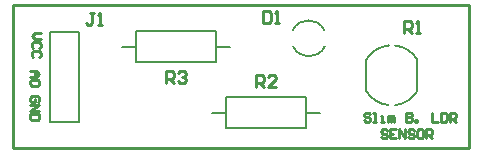
<source format=gto>
G04*
G04 #@! TF.GenerationSoftware,Altium Limited,Altium Designer,24.5.2 (23)*
G04*
G04 Layer_Color=65535*
%FSLAX44Y44*%
%MOMM*%
G71*
G04*
G04 #@! TF.SameCoordinates,CE734AAA-DB41-45B9-A004-A7ED2BCF85BB*
G04*
G04*
G04 #@! TF.FilePolarity,Positive*
G04*
G01*
G75*
%ADD10C,0.1270*%
%ADD11C,0.2540*%
%ADD12C,0.2000*%
D10*
X538592Y410183D02*
G03*
X511791Y410183I-13400J-6249D01*
G01*
X512085Y396582D02*
G03*
X538885Y396582I13400J6249D01*
G01*
X592981Y397372D02*
G03*
X574090Y385568I2656J-25268D01*
G01*
X598279Y346848D02*
G03*
X617170Y358652I-2656J25268D01*
G01*
Y385568D02*
G03*
X598279Y397372I-21546J-13464D01*
G01*
X574090Y358652D02*
G03*
X592981Y346848I21546J13464D01*
G01*
X443150Y340360D02*
X454950D01*
X522950D02*
X534750D01*
X454950Y327360D02*
X522950D01*
X454950D02*
Y340360D01*
Y353360D01*
X522950D01*
Y340360D02*
Y353360D01*
Y327360D02*
Y340360D01*
X446982Y383240D02*
Y396240D01*
Y409240D01*
X378982D02*
X446982D01*
X378982Y396240D02*
Y409240D01*
Y383240D02*
Y396240D01*
Y383240D02*
X446982D01*
Y396240D02*
X458782D01*
X367182D02*
X378982D01*
X617080Y358510D02*
Y385710D01*
Y358506D02*
Y358510D01*
X574180D02*
Y385710D01*
Y385714D01*
D11*
X274916Y310688D02*
X660730D01*
X274916Y431726D02*
X660730D01*
Y310688D02*
Y431726D01*
X274916Y310688D02*
Y431726D01*
X480541Y362092D02*
Y372249D01*
X485620D01*
X487312Y370556D01*
Y367170D01*
X485620Y365477D01*
X480541D01*
X483927D02*
X487312Y362092D01*
X497469D02*
X490698D01*
X497469Y368863D01*
Y370556D01*
X495776Y372249D01*
X492391D01*
X490698Y370556D01*
X486718Y426691D02*
Y416535D01*
X491797D01*
X493490Y418228D01*
Y424999D01*
X491797Y426691D01*
X486718D01*
X496875Y416535D02*
X500261D01*
X498568D01*
Y426691D01*
X496875Y424999D01*
X404515Y365760D02*
Y375916D01*
X409594D01*
X411287Y374224D01*
Y370838D01*
X409594Y369145D01*
X404515D01*
X407901D02*
X411287Y365760D01*
X414672Y374224D02*
X416365Y375916D01*
X419751D01*
X421443Y374224D01*
Y372531D01*
X419751Y370838D01*
X418058D01*
X419751D01*
X421443Y369145D01*
Y367453D01*
X419751Y365760D01*
X416365D01*
X414672Y367453D01*
X343289Y424600D02*
X339904D01*
X341596D01*
Y416136D01*
X339904Y414443D01*
X338211D01*
X336518Y416136D01*
X346675Y414443D02*
X350060D01*
X348368D01*
Y424600D01*
X346675Y422907D01*
X591989Y325041D02*
X590719Y326311D01*
X588180D01*
X586911Y325041D01*
Y323771D01*
X588180Y322502D01*
X590719D01*
X591989Y321232D01*
Y319963D01*
X590719Y318693D01*
X588180D01*
X586911Y319963D01*
X599606Y326311D02*
X594528D01*
Y318693D01*
X599606D01*
X594528Y322502D02*
X597067D01*
X602146Y318693D02*
Y326311D01*
X607224Y318693D01*
Y326311D01*
X614841Y325041D02*
X613572Y326311D01*
X611033D01*
X609763Y325041D01*
Y323771D01*
X611033Y322502D01*
X613572D01*
X614841Y321232D01*
Y319963D01*
X613572Y318693D01*
X611033D01*
X609763Y319963D01*
X621189Y326311D02*
X618650D01*
X617381Y325041D01*
Y319963D01*
X618650Y318693D01*
X621189D01*
X622459Y319963D01*
Y325041D01*
X621189Y326311D01*
X624998Y318693D02*
Y326311D01*
X628807D01*
X630077Y325041D01*
Y322502D01*
X628807Y321232D01*
X624998D01*
X627537D02*
X630077Y318693D01*
X577317Y339046D02*
X576048Y340315D01*
X573508D01*
X572239Y339046D01*
Y337776D01*
X573508Y336507D01*
X576048D01*
X577317Y335237D01*
Y333967D01*
X576048Y332698D01*
X573508D01*
X572239Y333967D01*
X579856Y332698D02*
X582396D01*
X581126D01*
Y340315D01*
X579856D01*
X586204Y332698D02*
X588744D01*
X587474D01*
Y337776D01*
X586204D01*
X592552Y332698D02*
Y337776D01*
X593822D01*
X595092Y336507D01*
Y332698D01*
Y336507D01*
X596361Y337776D01*
X597631Y336507D01*
Y332698D01*
X607787Y340315D02*
Y332698D01*
X611596D01*
X612866Y333967D01*
Y335237D01*
X611596Y336507D01*
X607787D01*
X611596D01*
X612866Y337776D01*
Y339046D01*
X611596Y340315D01*
X607787D01*
X615405Y332698D02*
Y333967D01*
X616675D01*
Y332698D01*
X615405D01*
X629370Y340315D02*
Y332698D01*
X634449D01*
X636988Y340315D02*
Y332698D01*
X640797D01*
X642066Y333967D01*
Y339046D01*
X640797Y340315D01*
X636988D01*
X644605Y332698D02*
Y340315D01*
X648414D01*
X649684Y339046D01*
Y336507D01*
X648414Y335237D01*
X644605D01*
X647145D02*
X649684Y332698D01*
X295908Y349252D02*
X297178Y350521D01*
Y353060D01*
X295908Y354330D01*
X290830D01*
X289560Y353060D01*
Y350521D01*
X290830Y349252D01*
X293369D01*
Y351791D01*
X289560Y346712D02*
X297178D01*
X289560Y341634D01*
X297178D01*
Y339095D02*
X289560D01*
Y335286D01*
X290830Y334017D01*
X295908D01*
X297178Y335286D01*
Y339095D01*
X289560Y375920D02*
X294638D01*
X297178Y373381D01*
X294638Y370842D01*
X289560D01*
X293369D01*
Y375920D01*
X295908Y368302D02*
X297178Y367033D01*
Y364494D01*
X295908Y363224D01*
X290830D01*
X289560Y364494D01*
Y367033D01*
X290830Y368302D01*
X295908D01*
X298447Y407670D02*
X293369D01*
X290830Y405131D01*
X293369Y402592D01*
X298447D01*
X297178Y394974D02*
X298447Y396244D01*
Y398783D01*
X297178Y400052D01*
X292100D01*
X290830Y398783D01*
Y396244D01*
X292100Y394974D01*
X297178Y387357D02*
X298447Y388626D01*
Y391165D01*
X297178Y392435D01*
X292100D01*
X290830Y391165D01*
Y388626D01*
X292100Y387357D01*
X605849Y407906D02*
Y418063D01*
X610928D01*
X612621Y416370D01*
Y412984D01*
X610928Y411292D01*
X605849D01*
X609235D02*
X612621Y407906D01*
X616006D02*
X619392D01*
X617699D01*
Y418063D01*
X616006Y416370D01*
D12*
X306370Y332740D02*
Y408940D01*
X331170D01*
Y332740D02*
Y408940D01*
X306370Y332740D02*
X331170D01*
M02*

</source>
